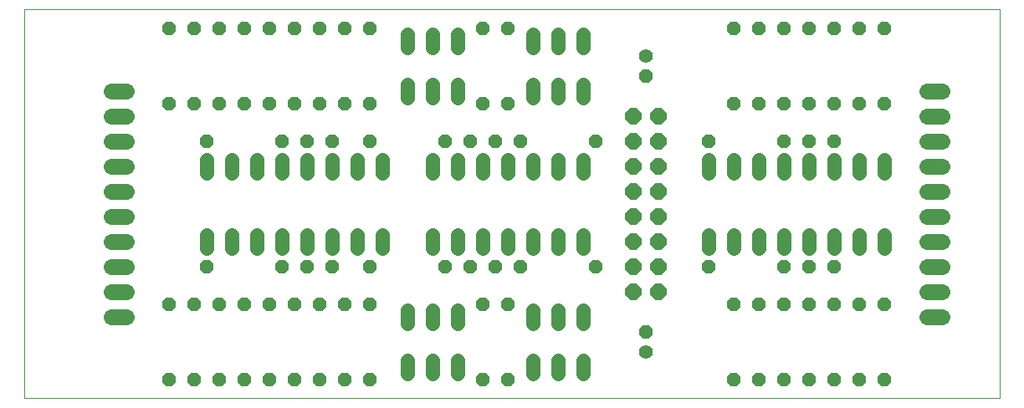
<source format=gts>
G75*
%MOIN*%
%OFA0B0*%
%FSLAX25Y25*%
%IPPOS*%
%LPD*%
%AMOC8*
5,1,8,0,0,1.08239X$1,22.5*
%
%ADD10C,0.00000*%
%ADD11C,0.05600*%
%ADD12OC8,0.05600*%
%ADD13C,0.05600*%
%ADD14C,0.06400*%
%ADD15OC8,0.06400*%
D10*
X0001000Y0001000D02*
X0001000Y0155961D01*
X0389701Y0155961D01*
X0389701Y0001000D01*
X0001000Y0001000D01*
D11*
X0073500Y0060900D02*
X0073500Y0066100D01*
X0083500Y0066100D02*
X0083500Y0060900D01*
X0093500Y0060900D02*
X0093500Y0066100D01*
X0103500Y0066100D02*
X0103500Y0060900D01*
X0113500Y0060900D02*
X0113500Y0066100D01*
X0123500Y0066100D02*
X0123500Y0060900D01*
X0133500Y0060900D02*
X0133500Y0066100D01*
X0143500Y0066100D02*
X0143500Y0060900D01*
X0163500Y0060900D02*
X0163500Y0066100D01*
X0173500Y0066100D02*
X0173500Y0060900D01*
X0183500Y0060900D02*
X0183500Y0066100D01*
X0193500Y0066100D02*
X0193500Y0060900D01*
X0203500Y0060900D02*
X0203500Y0066100D01*
X0213500Y0066100D02*
X0213500Y0060900D01*
X0223500Y0060900D02*
X0223500Y0066100D01*
X0273500Y0066100D02*
X0273500Y0060900D01*
X0283500Y0060900D02*
X0283500Y0066100D01*
X0293500Y0066100D02*
X0293500Y0060900D01*
X0303500Y0060900D02*
X0303500Y0066100D01*
X0313500Y0066100D02*
X0313500Y0060900D01*
X0323500Y0060900D02*
X0323500Y0066100D01*
X0333500Y0066100D02*
X0333500Y0060900D01*
X0343500Y0060900D02*
X0343500Y0066100D01*
X0343500Y0090900D02*
X0343500Y0096100D01*
X0333500Y0096100D02*
X0333500Y0090900D01*
X0323500Y0090900D02*
X0323500Y0096100D01*
X0313500Y0096100D02*
X0313500Y0090900D01*
X0303500Y0090900D02*
X0303500Y0096100D01*
X0293500Y0096100D02*
X0293500Y0090900D01*
X0283500Y0090900D02*
X0283500Y0096100D01*
X0273500Y0096100D02*
X0273500Y0090900D01*
X0223500Y0090900D02*
X0223500Y0096100D01*
X0213500Y0096100D02*
X0213500Y0090900D01*
X0203500Y0090900D02*
X0203500Y0096100D01*
X0193500Y0096100D02*
X0193500Y0090900D01*
X0183500Y0090900D02*
X0183500Y0096100D01*
X0173500Y0096100D02*
X0173500Y0090900D01*
X0163500Y0090900D02*
X0163500Y0096100D01*
X0143500Y0096100D02*
X0143500Y0090900D01*
X0133500Y0090900D02*
X0133500Y0096100D01*
X0123500Y0096100D02*
X0123500Y0090900D01*
X0113500Y0090900D02*
X0113500Y0096100D01*
X0103500Y0096100D02*
X0103500Y0090900D01*
X0093500Y0090900D02*
X0093500Y0096100D01*
X0083500Y0096100D02*
X0083500Y0090900D01*
X0073500Y0090900D02*
X0073500Y0096100D01*
X0153500Y0120900D02*
X0153500Y0126100D01*
X0163500Y0126100D02*
X0163500Y0120900D01*
X0173500Y0120900D02*
X0173500Y0126100D01*
X0203500Y0126100D02*
X0203500Y0120900D01*
X0213500Y0120900D02*
X0213500Y0126100D01*
X0223500Y0126100D02*
X0223500Y0120900D01*
X0223500Y0140900D02*
X0223500Y0146100D01*
X0213500Y0146100D02*
X0213500Y0140900D01*
X0203500Y0140900D02*
X0203500Y0146100D01*
X0173500Y0146100D02*
X0173500Y0140900D01*
X0163500Y0140900D02*
X0163500Y0146100D01*
X0153500Y0146100D02*
X0153500Y0140900D01*
X0153500Y0036100D02*
X0153500Y0030900D01*
X0163500Y0030900D02*
X0163500Y0036100D01*
X0173500Y0036100D02*
X0173500Y0030900D01*
X0203500Y0030900D02*
X0203500Y0036100D01*
X0213500Y0036100D02*
X0213500Y0030900D01*
X0223500Y0030900D02*
X0223500Y0036100D01*
X0223500Y0016100D02*
X0223500Y0010900D01*
X0213500Y0010900D02*
X0213500Y0016100D01*
X0203500Y0016100D02*
X0203500Y0010900D01*
X0173500Y0010900D02*
X0173500Y0016100D01*
X0163500Y0016100D02*
X0163500Y0010900D01*
X0153500Y0010900D02*
X0153500Y0016100D01*
D12*
X0138500Y0008500D03*
X0128500Y0008500D03*
X0118500Y0008500D03*
X0108500Y0008500D03*
X0098500Y0008500D03*
X0088500Y0008500D03*
X0078500Y0008500D03*
X0068500Y0008500D03*
X0058500Y0008500D03*
X0058500Y0038500D03*
X0068500Y0038500D03*
X0078500Y0038500D03*
X0088500Y0038500D03*
X0098500Y0038500D03*
X0108500Y0038500D03*
X0118500Y0038500D03*
X0128500Y0038500D03*
X0138500Y0038500D03*
X0138500Y0053500D03*
X0123500Y0053500D03*
X0113500Y0053500D03*
X0103500Y0053500D03*
X0073500Y0053500D03*
X0168500Y0053500D03*
X0178500Y0053500D03*
X0188500Y0053500D03*
X0198500Y0053500D03*
X0228500Y0053500D03*
X0193500Y0038500D03*
X0183500Y0038500D03*
X0248500Y0027500D03*
X0283500Y0038500D03*
X0293500Y0038500D03*
X0303500Y0038500D03*
X0313500Y0038500D03*
X0323500Y0038500D03*
X0333500Y0038500D03*
X0343500Y0038500D03*
X0323500Y0053500D03*
X0313500Y0053500D03*
X0303500Y0053500D03*
X0273500Y0053500D03*
X0283500Y0008500D03*
X0293500Y0008500D03*
X0303500Y0008500D03*
X0313500Y0008500D03*
X0323500Y0008500D03*
X0333500Y0008500D03*
X0343500Y0008500D03*
X0193500Y0008500D03*
X0183500Y0008500D03*
X0178500Y0103500D03*
X0168500Y0103500D03*
X0188500Y0103500D03*
X0198500Y0103500D03*
X0228500Y0103500D03*
X0193500Y0118500D03*
X0183500Y0118500D03*
X0138500Y0118500D03*
X0128500Y0118500D03*
X0118500Y0118500D03*
X0108500Y0118500D03*
X0098500Y0118500D03*
X0088500Y0118500D03*
X0078500Y0118500D03*
X0068500Y0118500D03*
X0058500Y0118500D03*
X0073500Y0103500D03*
X0103500Y0103500D03*
X0113500Y0103500D03*
X0123500Y0103500D03*
X0138500Y0103500D03*
X0138500Y0148500D03*
X0128500Y0148500D03*
X0118500Y0148500D03*
X0108500Y0148500D03*
X0098500Y0148500D03*
X0088500Y0148500D03*
X0078500Y0148500D03*
X0068500Y0148500D03*
X0058500Y0148500D03*
X0183500Y0148500D03*
X0193500Y0148500D03*
X0248500Y0129500D03*
X0283500Y0118500D03*
X0293500Y0118500D03*
X0303500Y0118500D03*
X0313500Y0118500D03*
X0323500Y0118500D03*
X0333500Y0118500D03*
X0343500Y0118500D03*
X0323500Y0103500D03*
X0313500Y0103500D03*
X0303500Y0103500D03*
X0273500Y0103500D03*
X0283500Y0148500D03*
X0293500Y0148500D03*
X0303500Y0148500D03*
X0313500Y0148500D03*
X0323500Y0148500D03*
X0333500Y0148500D03*
X0343500Y0148500D03*
D13*
X0248500Y0137500D03*
X0248500Y0019500D03*
D14*
X0360500Y0033500D02*
X0366500Y0033500D01*
X0366500Y0043500D02*
X0360500Y0043500D01*
X0360500Y0053500D02*
X0366500Y0053500D01*
X0366500Y0063500D02*
X0360500Y0063500D01*
X0360500Y0073500D02*
X0366500Y0073500D01*
X0366500Y0083500D02*
X0360500Y0083500D01*
X0360500Y0093500D02*
X0366500Y0093500D01*
X0366500Y0103500D02*
X0360500Y0103500D01*
X0360500Y0113500D02*
X0366500Y0113500D01*
X0366500Y0123500D02*
X0360500Y0123500D01*
X0041500Y0123500D02*
X0035500Y0123500D01*
X0035500Y0113500D02*
X0041500Y0113500D01*
X0041500Y0103500D02*
X0035500Y0103500D01*
X0035500Y0093500D02*
X0041500Y0093500D01*
X0041500Y0083500D02*
X0035500Y0083500D01*
X0035500Y0073500D02*
X0041500Y0073500D01*
X0041500Y0063500D02*
X0035500Y0063500D01*
X0035500Y0053500D02*
X0041500Y0053500D01*
X0041500Y0043500D02*
X0035500Y0043500D01*
X0035500Y0033500D02*
X0041500Y0033500D01*
D15*
X0243500Y0043500D03*
X0253500Y0043500D03*
X0253500Y0053500D03*
X0243500Y0053500D03*
X0243500Y0063500D03*
X0253500Y0063500D03*
X0253500Y0073500D03*
X0243500Y0073500D03*
X0243500Y0083500D03*
X0253500Y0083500D03*
X0253500Y0093500D03*
X0243500Y0093500D03*
X0243500Y0103500D03*
X0253500Y0103500D03*
X0253500Y0113500D03*
X0243500Y0113500D03*
M02*

</source>
